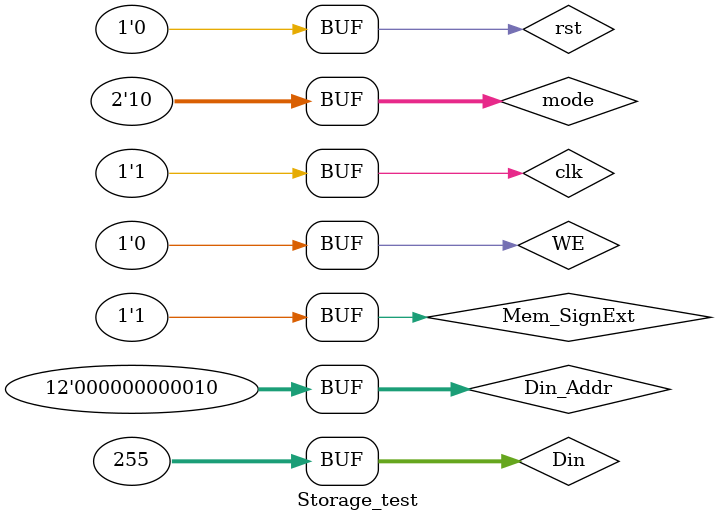
<source format=v>
`timescale 1ns / 1ps

module Storage_test();
    reg [11:0]Din_Addr;
    reg [31:0]Din;
    reg Mem_SignExt,WE,clk,rst;
    reg [1:0]mode;
    wire [31:0]Dout;
    
    initial
    begin
    //清零
        clk <= 0;
        Din_Addr <= 11'b00000000000;
        Din <= 32'h00000000;
        Mem_SignExt <= 0;
        WE <= 0;
        rst <= 1;
        mode <= 2'b00;
        
        //写入数据
        #30
        clk <= 1;
        Din_Addr <= 11'b00000000000;
        Din <= 32'h11111111;
        Mem_SignExt <= 0;
        WE <= 1;
        rst <= 0;
        mode <= 2'b00;
        #10 clk <= 0;
        
        #30
        clk <= 1;
        Din_Addr <= 11'b00000000000;
        Din <= 32'h000000ef;
        Mem_SignExt <= 0;
        WE <= 0;
        rst <= 0;
        mode <= 2'b00;
        #10 clk <= 0;
        
        //测试输出
        #30
        clk <= 1;
        Din_Addr <= 11'b00000000000;
        Din <= 32'h000000ff;
        Mem_SignExt <= 0;
        WE <= 0;
        rst <= 0;
        mode <= 2'b00;
        #10 clk <= 0;
        //理想输出应为11111111
        
        #30
        clk <= 1;
        Din_Addr <= 11'b00000000000;
        Din <= 32'h000000ff;
        Mem_SignExt <= 1;
        WE <= 0;
        rst <= 0;
        mode <= 2'b01;
        #10 clk <= 0;
        //理想输出应为00001111
        
        #30
        clk <= 1;
        Din_Addr <= 11'b00000000000;
        Din <= 32'h000000ff;
        Mem_SignExt <= 1;
        WE <= 0;
        rst <= 0;
        mode <= 2'b10;
        #10 clk <= 0;
        //理想输出应为00001111
        
        #30
        clk <= 1;
        Din_Addr <= 11'b00000000010;
        Din <= 32'h000000ff;
        Mem_SignExt <= 1;
        WE <= 0;
        rst <= 0;
        mode <= 2'b10;
        #10 clk <= 0;
        //理想输出应为00001111
        #30 clk <= 1;
        
    end
    
    Storage Test(
        .addr(Din_Addr),
        .din(Din),
        .mode(mode),
        .we(WE),
        .clk(clk),
        .rst(rst),
        .dout(Dout)
    );
    
endmodule

</source>
